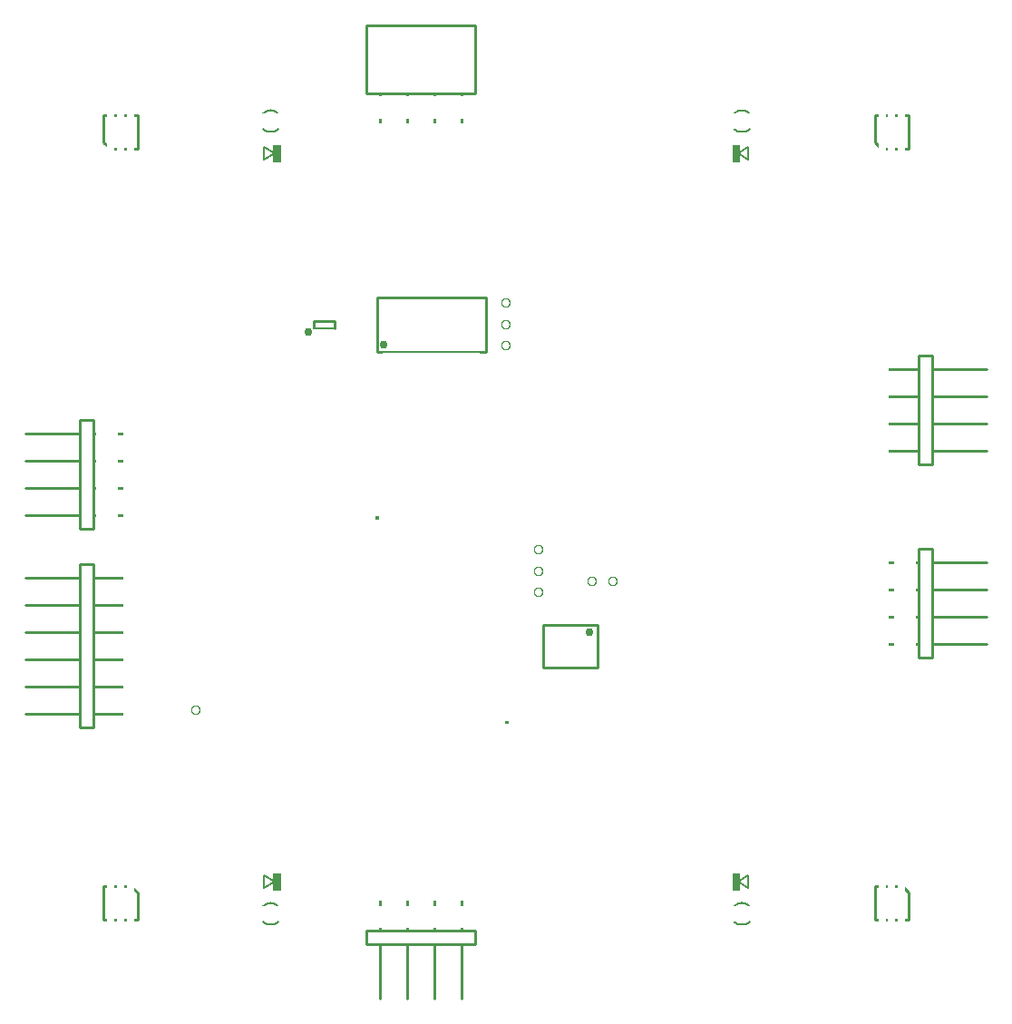
<source format=gto>
G04 Created by GerbView by Software Companions*
%FSLAX24Y24*%
%MOIN*%
%ADD10C,0.0010*%
%ADD11C,0.0060*%
%ADD12C,0.0374*%
%ADD13C,0.0255*%
%ADD14C,0.0098*%
%ADD15C,0.0080*%
%ADD16C,0.0298*%
%ADD17C,0.0101*%
%ADD18C,0.0200*%
%ADD19R,0.0511X0.0472*%
%ADD20R,0.0472X0.0511*%
%ADD21C,0.0718*%
%ADD22C,0.0275*%
%ADD23R,0.0472X0.0748*%
%ADD24R,0.0275X0.0708*%
%ADD25R,0.0255X0.0767*%
%ADD26R,0.0393X0.0393*%
%ADD27R,0.0472X0.0629*%
%ADD28R,0.0255X0.0649*%
%ADD29R,0.0255X0.0433*%
%ADD30C,0.1574*%
%ADD31C,0.0669*%
%ADD32R,0.0669X0.0590*%
%LNEXPORT*%
D02*
D10*
D11*
X6803Y898D02*
X6807Y893D01*
X6813Y888D01*
X6818Y883D01*
X6823Y878D01*
X6828Y874D01*
X6834Y869D01*
X6839Y865D01*
X6845Y861D01*
X6850Y857D01*
X6856Y853D01*
X6862Y849D01*
X6868Y845D01*
X6873Y841D01*
X6879Y837D01*
X6885Y834D01*
X6891Y830D01*
X6898Y827D01*
X6904Y824D01*
X6910Y821D01*
X6916Y818D01*
X6923Y815D01*
X6929Y812D01*
X6936Y809D01*
X6942Y807D01*
X6949Y804D01*
X6955Y802D01*
X6962Y800D01*
X6968Y798D01*
X6975Y796D01*
X6982Y794D01*
X6989Y792D01*
X6995Y791D01*
X7002Y789D01*
X7009Y788D01*
X7016Y786D01*
X7023Y785D01*
X7030Y784D01*
X7037Y783D01*
X7044Y782D01*
X7051D01*
X7058Y781D01*
X7065D01*
X7072D01*
X7079Y780D01*
X7086D01*
X7086Y781D02*
X7092D01*
X7099D01*
X7106D01*
X7113D01*
X7120Y782D01*
X7127Y783D01*
X7134D01*
X7141Y784D01*
X7148Y785D01*
X7155Y787D01*
X7162Y788D01*
X7169Y789D01*
X7175Y791D01*
X7182Y792D01*
X7189Y794D01*
X7196Y796D01*
X7202Y798D01*
X7209Y800D01*
X7216Y802D01*
X7222Y805D01*
X7229Y807D01*
X7235Y810D01*
X7242Y812D01*
X7248Y815D01*
X7255Y818D01*
X7261Y821D01*
X7267Y824D01*
X7273Y827D01*
X7279Y831D01*
X7285Y834D01*
X7292Y838D01*
X7297Y841D01*
X7303Y845D01*
X7309Y849D01*
X7315Y853D01*
X7321Y857D01*
X7326Y861D01*
X7332Y865D01*
X7337Y870D01*
X7343Y874D01*
X7348Y879D01*
X7353Y883D01*
X7358Y888D01*
X7363Y893D01*
X7368Y898D01*
X7086Y1581D02*
X7092Y1580D01*
X7099D01*
X7106D01*
X7113D01*
X7120Y1579D01*
X7127Y1578D01*
X7134D01*
X7141Y1577D01*
X7148Y1576D01*
X7155Y1574D01*
X7162Y1573D01*
X7169Y1572D01*
X7176Y1570D01*
X7182Y1569D01*
X7189Y1567D01*
X7196Y1565D01*
X7203Y1563D01*
X7209Y1561D01*
X7216Y1559D01*
X7223Y1556D01*
X7229Y1554D01*
X7236Y1551D01*
X7242Y1549D01*
X7249Y1546D01*
X7255Y1543D01*
X7261Y1540D01*
X7267Y1537D01*
X7274Y1533D01*
X7280Y1530D01*
X7286Y1527D01*
X7292Y1523D01*
X7298Y1519D01*
X7304Y1516D01*
X7310Y1512D01*
X7315Y1508D01*
X7321Y1504D01*
X7327Y1500D01*
X7332Y1495D01*
X7338Y1491D01*
X7343Y1487D01*
X7348Y1482D01*
X7354Y1477D01*
X7359Y1473D01*
X7364Y1468D01*
X7369Y1463D01*
X6803Y1463D02*
X6807Y1467D01*
X6813Y1472D01*
X6818Y1477D01*
X6823Y1482D01*
X6828Y1486D01*
X6834Y1491D01*
X6839Y1495D01*
X6845Y1499D01*
X6850Y1503D01*
X6856Y1507D01*
X6862Y1511D01*
X6867Y1515D01*
X6873Y1519D01*
X6879Y1523D01*
X6885Y1526D01*
X6891Y1530D01*
X6898Y1533D01*
X6904Y1536D01*
X6910Y1539D01*
X6916Y1542D01*
X6923Y1545D01*
X6929Y1548D01*
X6936Y1551D01*
X6942Y1553D01*
X6949Y1556D01*
X6955Y1558D01*
X6962Y1560D01*
X6968Y1562D01*
X6975Y1564D01*
X6982Y1566D01*
X6989Y1568D01*
X6995Y1570D01*
X7002Y1571D01*
X7009Y1573D01*
X7016Y1574D01*
X7023Y1575D01*
X7030Y1576D01*
X7037Y1577D01*
X7044Y1578D01*
X7051D01*
X7058Y1579D01*
X7065D01*
X7072Y1580D01*
X7079D01*
X7086D01*
D10*
D12*
X19685Y13385D03*
D10*
%LPC*%
D13*
X19685Y13385D03*
D10*
%LPD*%
D14*
X30921Y17685D02*
X30921Y21685D01*
X30921Y21685D02*
X31421Y21685D01*
X31421Y21685D02*
X31421Y17685D01*
X31421Y17685D02*
X30921Y17685D01*
X30921Y19185D02*
X29421Y19185D01*
X29421Y19185D02*
X30921Y19185D01*
X30921Y20185D02*
X29421Y20185D01*
X30921Y21185D02*
X29421Y21185D01*
X31421Y19185D02*
X33421Y19185D01*
X31421Y20185D02*
X33421Y20185D01*
X31421Y21185D02*
X33421Y21185D01*
X29421Y18185D02*
X30921Y18185D01*
X31421Y18185D02*
X33421Y18185D01*
X30921Y10598D02*
X30921Y14598D01*
X30921Y14598D02*
X31421Y14598D01*
X31421Y14598D02*
X31421Y10598D01*
X31421Y10598D02*
X30921Y10598D01*
X30921Y11098D02*
X29421Y11098D01*
X29421Y11098D02*
X30921Y11098D01*
X30921Y12098D02*
X29421Y12098D01*
X30921Y13098D02*
X29421Y13098D01*
X30921Y14098D02*
X29421Y14098D01*
X31421Y11098D02*
X33421Y11098D01*
X31421Y12098D02*
X33421Y12098D01*
X31421Y13098D02*
X33421Y13098D01*
X31421Y14098D02*
X33421Y14098D01*
D10*
D12*
X16929Y12992D03*
D10*
%LPC*%
D13*
X16929Y12992D03*
D10*
%LPD*%
D15*
X6839Y2125D02*
X7233Y2362D01*
X7233Y2362D02*
X6839Y2598D01*
X6839Y2598D02*
X6839Y2125D01*
D10*
X7426Y2672D02*
X7186Y2672D01*
X7186Y2672D02*
X7186Y2052D01*
X7186Y2052D02*
X7426Y2052D01*
X7426Y2052D02*
X7426Y2672D01*
G36*
X7426Y2672D02*
X7186D01*
Y2052D01*
X7426D01*
Y2672D01*
G37*
D14*
X949Y2199D02*
X949Y949D01*
X949Y949D02*
X2199Y949D01*
X2199Y949D02*
X2199Y1949D01*
X2199Y1949D02*
X1949Y2199D01*
X1949Y2199D02*
X949Y2199D01*
X29296Y2199D02*
X29296Y949D01*
X29296Y949D02*
X30546Y949D01*
X30546Y949D02*
X30546Y1949D01*
X30546Y1949D02*
X30296Y2199D01*
X30296Y2199D02*
X29296Y2199D01*
X10992Y23834D02*
X14992Y23834D01*
X14992Y23834D02*
X14992Y21834D01*
X14992Y21834D02*
X10992Y21834D01*
X10992Y21834D02*
X10992Y23834D01*
D10*
D16*
X11242Y22084D03*
D10*
%LPC*%
D17*
X11242Y22084D03*
D10*
%LPD*%
D18*
X11242Y22084D03*
D10*
X11023Y15698D02*
X11023Y15797D01*
X11023Y15797D02*
X10925Y15797D01*
X10925Y15797D02*
X10925Y15698D01*
X10925Y15698D02*
X11023Y15698D01*
G36*
X11023Y15698D02*
Y15797D01*
X10925D01*
Y15698D01*
X11023D01*
G37*
D12*
X15748Y22047D03*
D10*
%LPC*%
D13*
X15748Y22047D03*
D10*
%LPD*%
D14*
X574Y14023D02*
X574Y8023D01*
X574Y8023D02*
X74Y8023D01*
X74Y8023D02*
X74Y14023D01*
X74Y14023D02*
X574Y14023D01*
X574Y12523D02*
X2074Y12523D01*
X2074Y12523D02*
X574Y12523D01*
X574Y11523D02*
X2074Y11523D01*
X574Y10523D02*
X2074Y10523D01*
X574Y9523D02*
X2074Y9523D01*
X74Y12523D02*
X-1925Y12523D01*
X74Y11523D02*
X-1925Y11523D01*
X74Y10523D02*
X-1925Y10523D01*
X74Y9523D02*
X-1925Y9523D01*
X2074Y8523D02*
X574Y8523D01*
X2074Y13523D02*
X574Y13523D01*
X74Y13523D02*
X-1925Y13523D01*
X74Y8523D02*
X-1925Y8523D01*
D11*
X24692Y30597D02*
X24687Y30601D01*
X24681Y30606D01*
X24676Y30611D01*
X24671Y30616D01*
X24666Y30620D01*
X24660Y30625D01*
X24655Y30629D01*
X24649Y30633D01*
X24644Y30637D01*
X24638Y30641D01*
X24632Y30645D01*
X24626Y30649D01*
X24621Y30653D01*
X24615Y30657D01*
X24609Y30660D01*
X24603Y30664D01*
X24596Y30667D01*
X24590Y30670D01*
X24584Y30673D01*
X24578Y30676D01*
X24571Y30679D01*
X24565Y30682D01*
X24558Y30685D01*
X24552Y30687D01*
X24545Y30690D01*
X24539Y30692D01*
X24532Y30694D01*
X24526Y30696D01*
X24519Y30698D01*
X24512Y30700D01*
X24505Y30702D01*
X24499Y30703D01*
X24492Y30705D01*
X24485Y30706D01*
X24478Y30708D01*
X24471Y30709D01*
X24464Y30710D01*
X24457Y30711D01*
X24450Y30712D01*
X24443D01*
X24436Y30713D01*
X24429D01*
X24422D01*
X24415Y30714D01*
X24409D01*
X24409Y30714D02*
X24402Y30713D01*
X24395D01*
X24388D01*
X24381D01*
X24374Y30712D01*
X24367Y30711D01*
X24360D01*
X24353Y30710D01*
X24346Y30709D01*
X24339Y30707D01*
X24332Y30706D01*
X24325Y30705D01*
X24319Y30703D01*
X24312Y30702D01*
X24305Y30700D01*
X24298Y30698D01*
X24292Y30696D01*
X24285Y30694D01*
X24278Y30692D01*
X24272Y30689D01*
X24265Y30687D01*
X24259Y30684D01*
X24252Y30682D01*
X24246Y30679D01*
X24239Y30676D01*
X24233Y30673D01*
X24227Y30670D01*
X24221Y30667D01*
X24215Y30663D01*
X24209Y30660D01*
X24202Y30656D01*
X24197Y30653D01*
X24191Y30649D01*
X24185Y30645D01*
X24179Y30641D01*
X24173Y30637D01*
X24168Y30633D01*
X24162Y30629D01*
X24157Y30624D01*
X24151Y30620D01*
X24146Y30615D01*
X24141Y30611D01*
X24136Y30606D01*
X24131Y30601D01*
X24126Y30596D01*
X24409Y29914D02*
X24402D01*
X24395D01*
X24388D01*
X24381D01*
X24374Y29915D01*
X24367Y29916D01*
X24360D01*
X24353Y29917D01*
X24346Y29918D01*
X24339Y29920D01*
X24332Y29921D01*
X24325Y29922D01*
X24318Y29924D01*
X24312Y29925D01*
X24305Y29927D01*
X24298Y29929D01*
X24291Y29931D01*
X24285Y29933D01*
X24278Y29935D01*
X24271Y29938D01*
X24265Y29940D01*
X24258Y29943D01*
X24252Y29945D01*
X24245Y29948D01*
X24239Y29951D01*
X24233Y29954D01*
X24227Y29957D01*
X24220Y29961D01*
X24214Y29964D01*
X24208Y29967D01*
X24202Y29971D01*
X24196Y29975D01*
X24190Y29978D01*
X24184Y29982D01*
X24179Y29986D01*
X24173Y29990D01*
X24167Y29994D01*
X24162Y29999D01*
X24156Y30003D01*
X24151Y30007D01*
X24146Y30012D01*
X24140Y30017D01*
X24135Y30021D01*
X24130Y30026D01*
X24125Y30031D01*
X24692Y30032D02*
X24687Y30027D01*
X24681Y30022D01*
X24676Y30017D01*
X24671Y30012D01*
X24666Y30008D01*
X24660Y30003D01*
X24655Y29999D01*
X24649Y29995D01*
X24644Y29991D01*
X24638Y29987D01*
X24632Y29983D01*
X24627Y29979D01*
X24621Y29975D01*
X24615Y29971D01*
X24609Y29968D01*
X24603Y29964D01*
X24596Y29961D01*
X24590Y29958D01*
X24584Y29955D01*
X24578Y29952D01*
X24571Y29949D01*
X24565Y29946D01*
X24558Y29943D01*
X24552Y29941D01*
X24545Y29938D01*
X24539Y29936D01*
X24532Y29934D01*
X24526Y29932D01*
X24519Y29930D01*
X24512Y29928D01*
X24505Y29926D01*
X24499Y29924D01*
X24492Y29923D01*
X24485Y29921D01*
X24478Y29920D01*
X24471Y29919D01*
X24464Y29918D01*
X24457Y29917D01*
X24450Y29916D01*
X24443D01*
X24436Y29915D01*
X24429D01*
X24422Y29914D01*
X24415D01*
X24409D01*
X24692Y1463D02*
X24687Y1467D01*
X24681Y1472D01*
X24676Y1477D01*
X24671Y1482D01*
X24666Y1486D01*
X24660Y1491D01*
X24655Y1495D01*
X24649Y1499D01*
X24644Y1503D01*
X24638Y1507D01*
X24632Y1511D01*
X24627Y1515D01*
X24621Y1519D01*
X24615Y1523D01*
X24609Y1526D01*
X24603Y1530D01*
X24596Y1533D01*
X24590Y1536D01*
X24584Y1539D01*
X24578Y1542D01*
X24571Y1545D01*
X24565Y1548D01*
X24558Y1551D01*
X24552Y1553D01*
X24545Y1556D01*
X24539Y1558D01*
X24532Y1560D01*
X24526Y1562D01*
X24519Y1564D01*
X24512Y1566D01*
X24505Y1568D01*
X24499Y1570D01*
X24492Y1571D01*
X24485Y1573D01*
X24478Y1574D01*
X24471Y1575D01*
X24464Y1576D01*
X24457Y1577D01*
X24450Y1578D01*
X24443D01*
X24436Y1579D01*
X24429D01*
X24422Y1580D01*
X24415D01*
X24409D01*
X24409Y1581D02*
X24402Y1580D01*
X24395D01*
X24388D01*
X24381D01*
X24374Y1579D01*
X24367Y1578D01*
X24360D01*
X24353Y1577D01*
X24346Y1576D01*
X24339Y1574D01*
X24332Y1573D01*
X24325Y1572D01*
X24318Y1570D01*
X24312Y1569D01*
X24305Y1567D01*
X24298Y1565D01*
X24291Y1563D01*
X24285Y1561D01*
X24278Y1559D01*
X24271Y1556D01*
X24265Y1554D01*
X24258Y1551D01*
X24252Y1549D01*
X24245Y1546D01*
X24239Y1543D01*
X24233Y1540D01*
X24227Y1537D01*
X24220Y1533D01*
X24214Y1530D01*
X24208Y1527D01*
X24202Y1523D01*
X24196Y1519D01*
X24190Y1516D01*
X24184Y1512D01*
X24179Y1508D01*
X24173Y1504D01*
X24167Y1500D01*
X24162Y1495D01*
X24156Y1491D01*
X24151Y1487D01*
X24146Y1482D01*
X24140Y1477D01*
X24135Y1473D01*
X24130Y1468D01*
X24125Y1463D01*
X24409Y781D02*
X24402D01*
X24395D01*
X24388D01*
X24381D01*
X24374Y782D01*
X24367Y783D01*
X24360D01*
X24353Y784D01*
X24346Y785D01*
X24339Y787D01*
X24332Y788D01*
X24325Y789D01*
X24319Y791D01*
X24312Y792D01*
X24305Y794D01*
X24298Y796D01*
X24292Y798D01*
X24285Y800D01*
X24278Y802D01*
X24272Y805D01*
X24265Y807D01*
X24259Y810D01*
X24252Y812D01*
X24246Y815D01*
X24239Y818D01*
X24233Y821D01*
X24227Y824D01*
X24221Y827D01*
X24215Y831D01*
X24209Y834D01*
X24202Y838D01*
X24197Y841D01*
X24191Y845D01*
X24185Y849D01*
X24179Y853D01*
X24173Y857D01*
X24168Y861D01*
X24162Y865D01*
X24157Y870D01*
X24151Y874D01*
X24146Y879D01*
X24141Y883D01*
X24136Y888D01*
X24131Y893D01*
X24126Y898D01*
X24692Y898D02*
X24687Y893D01*
X24681Y888D01*
X24676Y883D01*
X24671Y878D01*
X24666Y874D01*
X24660Y869D01*
X24655Y865D01*
X24649Y861D01*
X24644Y857D01*
X24638Y853D01*
X24632Y849D01*
X24626Y845D01*
X24621Y841D01*
X24615Y837D01*
X24609Y834D01*
X24603Y830D01*
X24596Y827D01*
X24590Y824D01*
X24584Y821D01*
X24578Y818D01*
X24571Y815D01*
X24565Y812D01*
X24558Y809D01*
X24552Y807D01*
X24545Y804D01*
X24539Y802D01*
X24532Y800D01*
X24526Y798D01*
X24519Y796D01*
X24512Y794D01*
X24505Y792D01*
X24499Y791D01*
X24492Y789D01*
X24485Y788D01*
X24478Y786D01*
X24471Y785D01*
X24464Y784D01*
X24457Y783D01*
X24450Y782D01*
X24443D01*
X24436Y781D01*
X24429D01*
X24422D01*
X24415Y780D01*
X24409D01*
D10*
D12*
X16929Y13779D03*
D10*
%LPC*%
D13*
X16929Y13779D03*
D10*
%LPD*%
D12*
X15748Y23622D03*
D10*
%LPC*%
D13*
X15748Y23622D03*
D10*
%LPD*%
D11*
X6803Y30032D02*
X6807Y30027D01*
X6813Y30022D01*
X6818Y30017D01*
X6823Y30012D01*
X6828Y30008D01*
X6834Y30003D01*
X6839Y29999D01*
X6845Y29995D01*
X6850Y29991D01*
X6856Y29987D01*
X6862Y29983D01*
X6867Y29979D01*
X6873Y29975D01*
X6879Y29971D01*
X6885Y29968D01*
X6891Y29964D01*
X6898Y29961D01*
X6904Y29958D01*
X6910Y29955D01*
X6916Y29952D01*
X6923Y29949D01*
X6929Y29946D01*
X6936Y29943D01*
X6942Y29941D01*
X6949Y29938D01*
X6955Y29936D01*
X6962Y29934D01*
X6968Y29932D01*
X6975Y29930D01*
X6982Y29928D01*
X6989Y29926D01*
X6995Y29924D01*
X7002Y29923D01*
X7009Y29921D01*
X7016Y29920D01*
X7023Y29919D01*
X7030Y29918D01*
X7037Y29917D01*
X7044Y29916D01*
X7051D01*
X7058Y29915D01*
X7065D01*
X7072Y29914D01*
X7079D01*
X7086D01*
X7086Y29914D02*
X7092D01*
X7099D01*
X7106D01*
X7113D01*
X7120Y29915D01*
X7127Y29916D01*
X7134D01*
X7141Y29917D01*
X7148Y29918D01*
X7155Y29920D01*
X7162Y29921D01*
X7169Y29922D01*
X7176Y29924D01*
X7182Y29925D01*
X7189Y29927D01*
X7196Y29929D01*
X7203Y29931D01*
X7209Y29933D01*
X7216Y29935D01*
X7223Y29938D01*
X7229Y29940D01*
X7236Y29943D01*
X7242Y29945D01*
X7249Y29948D01*
X7255Y29951D01*
X7261Y29954D01*
X7267Y29957D01*
X7274Y29961D01*
X7280Y29964D01*
X7286Y29967D01*
X7292Y29971D01*
X7298Y29975D01*
X7304Y29978D01*
X7310Y29982D01*
X7315Y29986D01*
X7321Y29990D01*
X7327Y29994D01*
X7332Y29999D01*
X7338Y30003D01*
X7343Y30007D01*
X7348Y30012D01*
X7354Y30017D01*
X7359Y30021D01*
X7364Y30026D01*
X7369Y30031D01*
X7086Y30714D02*
X7092Y30713D01*
X7099D01*
X7106D01*
X7113D01*
X7120Y30712D01*
X7127Y30711D01*
X7134D01*
X7141Y30710D01*
X7148Y30709D01*
X7155Y30707D01*
X7162Y30706D01*
X7169Y30705D01*
X7175Y30703D01*
X7182Y30702D01*
X7189Y30700D01*
X7196Y30698D01*
X7202Y30696D01*
X7209Y30694D01*
X7216Y30692D01*
X7222Y30689D01*
X7229Y30687D01*
X7235Y30684D01*
X7242Y30682D01*
X7248Y30679D01*
X7255Y30676D01*
X7261Y30673D01*
X7267Y30670D01*
X7273Y30667D01*
X7279Y30663D01*
X7286Y30660D01*
X7292Y30656D01*
X7297Y30653D01*
X7303Y30649D01*
X7309Y30645D01*
X7315Y30641D01*
X7321Y30637D01*
X7326Y30633D01*
X7332Y30629D01*
X7337Y30624D01*
X7343Y30620D01*
X7348Y30615D01*
X7353Y30611D01*
X7358Y30606D01*
X7363Y30601D01*
X7368Y30596D01*
X6803Y30597D02*
X6807Y30601D01*
X6813Y30606D01*
X6818Y30611D01*
X6823Y30616D01*
X6828Y30620D01*
X6834Y30625D01*
X6839Y30629D01*
X6845Y30633D01*
X6850Y30637D01*
X6856Y30641D01*
X6862Y30645D01*
X6868Y30649D01*
X6873Y30653D01*
X6879Y30657D01*
X6885Y30660D01*
X6891Y30664D01*
X6898Y30667D01*
X6904Y30670D01*
X6910Y30673D01*
X6916Y30676D01*
X6923Y30679D01*
X6929Y30682D01*
X6936Y30685D01*
X6942Y30687D01*
X6949Y30690D01*
X6955Y30692D01*
X6962Y30694D01*
X6968Y30696D01*
X6975Y30698D01*
X6982Y30700D01*
X6989Y30702D01*
X6995Y30703D01*
X7002Y30705D01*
X7009Y30706D01*
X7016Y30708D01*
X7023Y30709D01*
X7030Y30710D01*
X7037Y30711D01*
X7044Y30712D01*
X7051D01*
X7058Y30713D01*
X7065D01*
X7072D01*
X7079Y30714D01*
X7086D01*
D14*
X30546Y29296D02*
X30546Y30546D01*
X30546Y30546D02*
X29296Y30546D01*
X29296Y30546D02*
X29296Y29546D01*
X29296Y29546D02*
X29546Y29296D01*
X29546Y29296D02*
X30546Y29296D01*
D10*
D12*
X15748Y22834D03*
D10*
%LPC*%
D13*
X15748Y22834D03*
D10*
%LPD*%
D15*
X24656Y29370D02*
X24262Y29133D01*
X24262Y29133D02*
X24656Y28897D01*
X24656Y28897D02*
X24656Y29370D01*
D10*
X24069Y28823D02*
X24309Y28823D01*
X24309Y28823D02*
X24309Y29443D01*
X24309Y29443D02*
X24069Y29443D01*
X24069Y29443D02*
X24069Y28823D01*
G36*
X24069Y28823D02*
X24309D01*
Y29443D01*
X24069D01*
Y28823D01*
G37*
D14*
X2199Y29296D02*
X2199Y30546D01*
X2199Y30546D02*
X949Y30546D01*
X949Y30546D02*
X949Y29546D01*
X949Y29546D02*
X1199Y29296D01*
X1199Y29296D02*
X2199Y29296D01*
D10*
D12*
X16929Y14566D03*
D10*
%LPC*%
D13*
X16929Y14566D03*
D10*
%LPD*%
D14*
X10598Y574D02*
X14598Y574D01*
X14598Y574D02*
X14598Y74D01*
X14598Y74D02*
X10598Y74D01*
X10598Y74D02*
X10598Y574D01*
X11098Y574D02*
X11098Y2074D01*
X11098Y2074D02*
X11098Y574D01*
X12098Y574D02*
X12098Y2074D01*
X13098Y574D02*
X13098Y2074D01*
X14098Y574D02*
X14098Y2074D01*
X11098Y74D02*
X11098Y-1925D01*
X12098Y74D02*
X12098Y-1925D01*
X13098Y74D02*
X13098Y-1925D01*
X14098Y74D02*
X14098Y-1925D01*
X14598Y31314D02*
X10598Y31314D01*
X10598Y31314D02*
X10598Y33814D01*
X10598Y33814D02*
X14598Y33814D01*
X14598Y33814D02*
X14598Y31314D01*
X14098Y31314D02*
X14098Y29814D01*
X14098Y29814D02*
X14098Y31314D01*
X13098Y31314D02*
X13098Y29814D01*
X12098Y31314D02*
X12098Y29814D01*
X11098Y31314D02*
X11098Y29814D01*
X19110Y10236D02*
X17110Y10236D01*
X17110Y10236D02*
X17110Y11811D01*
X17110Y11811D02*
X19110Y11811D01*
X19110Y11811D02*
X19110Y10236D01*
D10*
D16*
X18818Y11535D03*
D10*
%LPC*%
D17*
X18818Y11535D03*
D10*
%LPD*%
D18*
X18818Y11535D03*
D10*
D14*
X8661Y22972D02*
X9448Y22972D01*
X9448Y22972D02*
X9448Y22696D01*
X9448Y22696D02*
X8661Y22696D01*
X8661Y22696D02*
X8661Y22972D01*
D10*
D16*
X8464Y22578D03*
D10*
%LPC*%
D17*
X8464Y22578D03*
D10*
%LPD*%
D18*
X8464Y22578D03*
D10*
D15*
X24656Y2598D02*
X24262Y2362D01*
X24262Y2362D02*
X24656Y2125D01*
X24656Y2125D02*
X24656Y2598D01*
D10*
X24069Y2052D02*
X24309Y2052D01*
X24309Y2052D02*
X24309Y2672D01*
X24309Y2672D02*
X24069Y2672D01*
X24069Y2672D02*
X24069Y2052D01*
G36*
X24069Y2052D02*
X24309D01*
Y2672D01*
X24069D01*
Y2052D01*
G37*
D14*
X574Y19322D02*
X574Y15322D01*
X574Y15322D02*
X74Y15322D01*
X74Y15322D02*
X74Y19322D01*
X74Y19322D02*
X574Y19322D01*
X574Y18822D02*
X2074Y18822D01*
X2074Y18822D02*
X574Y18822D01*
X574Y17822D02*
X2074Y17822D01*
X574Y16822D02*
X2074Y16822D01*
X574Y15822D02*
X2074Y15822D01*
X74Y18822D02*
X-1925Y18822D01*
X74Y17822D02*
X-1925Y17822D01*
X74Y16822D02*
X-1925Y16822D01*
X74Y15822D02*
X-1925Y15822D01*
D10*
X15797Y8267D02*
X15698Y8267D01*
X15698Y8267D02*
X15698Y8169D01*
X15698Y8169D02*
X15797Y8169D01*
X15797Y8169D02*
X15797Y8267D01*
G36*
X15797Y8267D02*
X15698D01*
Y8169D01*
X15797D01*
Y8267D01*
G37*
D12*
X4330Y8661D03*
D10*
%LPC*%
D13*
X4330Y8661D03*
D10*
%LPD*%
D12*
X18897Y13385D03*
D10*
%LPC*%
D13*
X18897Y13385D03*
D10*
%LPD*%
D15*
X6839Y28897D02*
X7233Y29133D01*
X7233Y29133D02*
X6839Y29370D01*
X6839Y29370D02*
X6839Y28897D01*
D10*
X7426Y29443D02*
X7186Y29443D01*
X7186Y29443D02*
X7186Y28823D01*
X7186Y28823D02*
X7426Y28823D01*
X7426Y28823D02*
X7426Y29443D01*
G36*
X7426Y29443D02*
X7186D01*
Y28823D01*
X7426D01*
Y29443D01*
G37*
%LPC*%
D19*
X1574Y4271D03*
D10*
D19*
X1574Y3602D03*
D10*
D19*
X29133Y4271D03*
D10*
D19*
X29133Y3602D03*
D10*
D19*
X14311Y25787D03*
D10*
D19*
X13641Y25787D03*
D10*
D20*
X30433Y9114D03*
D10*
D20*
X30433Y9783D03*
D10*
D20*
X17263Y23622D03*
D10*
D20*
X16594Y23622D03*
D10*
G36*
X28474Y30069D02*
X27707Y30836D01*
X26622D01*
X25855Y30069D01*
Y28984D01*
X26622Y28217D01*
X27707D01*
X28474Y28984D01*
Y30069D01*
G37*
D19*
X787Y27224D03*
D10*
D19*
X787Y27893D03*
D10*
G36*
X5639Y2510D02*
X4872Y3277D01*
X3787D01*
X3020Y2510D01*
Y1425D01*
X3787Y658D01*
X4872D01*
X5639Y1425D01*
Y2510D01*
G37*
D19*
X29921Y27224D03*
D10*
D19*
X29921Y27893D03*
D10*
D21*
X7586Y1181D03*
D10*
D21*
X6586Y1181D03*
D10*
D19*
X9114Y1062D03*
D10*
D19*
X9783Y1062D03*
D10*
D20*
X21200Y5078D03*
D10*
D20*
X20531Y5078D03*
D10*
D22*
X19685Y13385D03*
D10*
D19*
X19448Y16870D03*
D10*
D19*
X19448Y17539D03*
D10*
G36*
X29255Y20585D02*
X29020Y20350D01*
Y20019D01*
X29255Y19784D01*
X29586D01*
X29821Y20019D01*
Y20350D01*
X29586Y20585D01*
X29255D01*
G37*
G36*
X29255Y21585D02*
X29020Y21350D01*
Y21019D01*
X29255Y20784D01*
X29586D01*
X29821Y21019D01*
Y21350D01*
X29586Y21585D01*
X29255D01*
G37*
G36*
X29255Y18585D02*
X29020Y18350D01*
Y18019D01*
X29255Y17784D01*
X29586D01*
X29821Y18019D01*
Y18350D01*
X29586Y18585D01*
X29255D01*
G37*
G36*
X29255Y19585D02*
X29020Y19350D01*
Y19019D01*
X29255Y18784D01*
X29586D01*
X29821Y19019D01*
Y19350D01*
X29586Y19585D01*
X29255D01*
G37*
D19*
X2362Y4271D03*
D10*
D19*
X2362Y3602D03*
D10*
D20*
X7421Y27952D03*
D10*
D20*
X6751Y27952D03*
D10*
D19*
X15748Y9783D03*
D10*
D19*
X15748Y9114D03*
D10*
G36*
X29255Y13498D02*
X29020Y13263D01*
Y12932D01*
X29255Y12697D01*
X29586D01*
X29821Y12932D01*
Y13263D01*
X29586Y13498D01*
X29255D01*
G37*
G36*
X29255Y12498D02*
X29020Y12263D01*
Y11932D01*
X29255Y11697D01*
X29586D01*
X29821Y11932D01*
Y12263D01*
X29586Y12498D01*
X29255D01*
G37*
G36*
X30255Y13498D02*
X30020Y13263D01*
Y12932D01*
X30255Y12697D01*
X30586D01*
X30821Y12932D01*
Y13263D01*
X30586Y13498D01*
X30255D01*
G37*
G36*
X30255Y11498D02*
X30020Y11263D01*
Y10932D01*
X30255Y10697D01*
X30586D01*
X30821Y10932D01*
Y11263D01*
X30586Y11498D01*
X30255D01*
G37*
G36*
X29255Y11498D02*
X29020Y11263D01*
Y10932D01*
X29255Y10697D01*
X29586D01*
X29821Y10932D01*
Y11263D01*
X29586Y11498D01*
X29255D01*
G37*
G36*
X29255Y14498D02*
X29020Y14263D01*
Y13932D01*
X29255Y13697D01*
X29586D01*
X29821Y13932D01*
Y14263D01*
X29586Y14498D01*
X29255D01*
G37*
G36*
X30255Y14498D02*
X30020Y14263D01*
Y13932D01*
X30255Y13697D01*
X30586D01*
X30821Y13932D01*
Y14263D01*
X30586Y14498D01*
X30255D01*
G37*
G36*
X30255Y12498D02*
X30020Y12263D01*
Y11932D01*
X30255Y11697D01*
X30586D01*
X30821Y11932D01*
Y12263D01*
X30586Y12498D01*
X30255D01*
G37*
D20*
X28287Y19094D03*
D10*
D20*
X27618Y19094D03*
D10*
D19*
X8267Y20531D03*
D10*
D19*
X8267Y21200D03*
D10*
D22*
X16929Y12992D03*
D10*
D19*
X3543Y13326D03*
D10*
D19*
X3543Y12657D03*
D10*
D19*
X29921Y4271D03*
D10*
D19*
X29921Y3602D03*
D10*
D20*
X19685Y5059D03*
D10*
D20*
X19685Y5728D03*
D10*
D19*
X29133Y27224D03*
D10*
D19*
X29133Y27893D03*
D10*
D23*
X6437Y2362D03*
D10*
D23*
X7736Y2362D03*
D10*
D24*
X1929Y2155D03*
D10*
D24*
X1574Y994D03*
D10*
D24*
X1220Y2155D03*
D10*
D24*
X1929Y994D03*
D10*
D24*
X1574Y2155D03*
D10*
D24*
X1220Y994D03*
D10*
D19*
X30708Y27224D03*
D10*
D19*
X30708Y27893D03*
D10*
D24*
X30275Y2155D03*
D10*
D24*
X29921Y994D03*
D10*
D24*
X29566Y2155D03*
D10*
D24*
X30275Y994D03*
D10*
D24*
X29921Y2155D03*
D10*
D24*
X29566Y994D03*
D10*
D25*
X13631Y24251D03*
D10*
D25*
X12864Y21417D03*
D10*
D25*
X12864Y24251D03*
D10*
D25*
X14399Y24251D03*
D10*
D25*
X13375Y21417D03*
D10*
D25*
X11328Y24251D03*
D10*
D25*
X12096Y21417D03*
D10*
D25*
X12608Y24251D03*
D10*
D25*
X11584Y24251D03*
D10*
D25*
X11840Y21417D03*
D10*
D25*
X13375Y24251D03*
D10*
D25*
X13631Y21417D03*
D10*
D25*
X12608Y21417D03*
D10*
D25*
X12352Y24251D03*
D10*
D25*
X14655Y21417D03*
D10*
D25*
X12096Y24251D03*
D10*
D25*
X11584Y21417D03*
D10*
D25*
X13887Y21417D03*
D10*
D25*
X14143Y21417D03*
D10*
D25*
X14655Y24251D03*
D10*
D25*
X13887Y24251D03*
D10*
D25*
X14399Y21417D03*
D10*
D25*
X13120Y24251D03*
D10*
D25*
X11328Y21417D03*
D10*
D25*
X14143Y24251D03*
D10*
D25*
X13120Y21417D03*
D10*
D25*
X11840Y24251D03*
D10*
D25*
X12352Y21417D03*
D10*
G36*
X23331Y993D02*
X23040Y1284D01*
X22627D01*
X22336Y993D01*
Y580D01*
X22627Y289D01*
X23040D01*
X23331Y580D01*
Y993D01*
G37*
D19*
X1574Y27224D03*
D10*
D19*
X1574Y27893D03*
D10*
D20*
X24074Y27952D03*
D10*
D20*
X24744Y27952D03*
D10*
D26*
X10728Y15748D03*
D10*
D26*
X11318Y15748D03*
D10*
D20*
X16594Y24409D03*
D10*
D20*
X17263Y24409D03*
D10*
D19*
X18110Y13444D03*
D10*
D19*
X18110Y14114D03*
D10*
D22*
X15748Y22047D03*
D10*
D19*
X787Y4271D03*
D10*
D19*
X787Y3602D03*
D10*
D20*
X17263Y27559D03*
D10*
D20*
X16594Y27559D03*
D10*
G36*
X2239Y11122D02*
X2474Y11357D01*
Y11688D01*
X2239Y11923D01*
X1908D01*
X1673Y11688D01*
Y11357D01*
X1908Y11122D01*
X2239D01*
G37*
G36*
X2239Y9122D02*
X2474Y9357D01*
Y9688D01*
X2239Y9923D01*
X1908D01*
X1673Y9688D01*
Y9357D01*
X1908Y9122D01*
X2239D01*
G37*
G36*
X2239Y10122D02*
X2474Y10357D01*
Y10688D01*
X2239Y10923D01*
X1908D01*
X1673Y10688D01*
Y10357D01*
X1908Y10122D01*
X2239D01*
G37*
G36*
X2239Y13122D02*
X2474Y13357D01*
Y13688D01*
X2239Y13923D01*
X1908D01*
X1673Y13688D01*
Y13357D01*
X1908Y13122D01*
X2239D01*
G37*
G36*
X2239Y12122D02*
X2474Y12357D01*
Y12688D01*
X2239Y12923D01*
X1908D01*
X1673Y12688D01*
Y12357D01*
X1908Y12122D01*
X2239D01*
G37*
G36*
X2239Y8122D02*
X2474Y8357D01*
Y8688D01*
X2239Y8923D01*
X1908D01*
X1673Y8688D01*
Y8357D01*
X1908Y8122D01*
X2239D01*
G37*
D21*
X23909Y30314D03*
D10*
D21*
X24909Y30314D03*
D10*
D20*
X28287Y18110D03*
D10*
D20*
X27618Y18110D03*
D10*
D20*
X28287Y20275D03*
D10*
D20*
X27618Y20275D03*
D10*
D19*
X30708Y4271D03*
D10*
D19*
X30708Y3602D03*
D10*
D19*
X9055Y20531D03*
D10*
D19*
X9055Y21200D03*
D10*
D27*
X787Y23267D03*
D10*
D27*
X413Y22401D03*
D10*
D27*
X1161Y22401D03*
D10*
D19*
X17086Y16870D03*
D10*
D19*
X17086Y17539D03*
D10*
D19*
X21929Y2618D03*
D10*
D19*
X21929Y3287D03*
D10*
D20*
X7421Y3543D03*
D10*
D20*
X6751Y3543D03*
D10*
D20*
X17263Y25196D03*
D10*
D20*
X16594Y25196D03*
D10*
D19*
X18661Y17539D03*
D10*
D19*
X18661Y16870D03*
D10*
D21*
X23909Y1181D03*
D10*
D21*
X24909Y1181D03*
D10*
D22*
X16929Y13779D03*
D10*
D20*
X12539Y15748D03*
D10*
D20*
X11870Y15748D03*
D10*
D19*
X9842Y20531D03*
D10*
D19*
X9842Y21200D03*
D10*
D20*
X17263Y22834D03*
D10*
D20*
X16594Y22834D03*
D10*
D19*
X2362Y27224D03*
D10*
D19*
X2362Y27893D03*
D10*
D22*
X15748Y23622D03*
D10*
D19*
X18503Y2421D03*
D10*
D19*
X18503Y3090D03*
D10*
D19*
X21909Y1968D03*
D10*
D19*
X22578Y1968D03*
D10*
D20*
X20531Y5708D03*
D10*
D20*
X21200Y5708D03*
D10*
D19*
X17874Y16870D03*
D10*
D19*
X17874Y17539D03*
D10*
D27*
X2362Y23267D03*
D10*
D27*
X1988Y22401D03*
D10*
D27*
X2736Y22401D03*
D10*
D21*
X7586Y30314D03*
D10*
D21*
X6586Y30314D03*
D10*
D20*
X17913Y8602D03*
D10*
D20*
X17913Y7933D03*
D10*
D24*
X29566Y29340D03*
D10*
D24*
X29921Y30501D03*
D10*
D24*
X30275Y29340D03*
D10*
D24*
X29566Y30501D03*
D10*
D24*
X29921Y29340D03*
D10*
D24*
X30275Y30501D03*
D10*
D22*
X15748Y22834D03*
D10*
D23*
X25059Y29133D03*
D10*
D23*
X23759Y29133D03*
D10*
G36*
X22150Y993D02*
X21859Y1284D01*
X21446D01*
X21155Y993D01*
Y580D01*
X21446Y289D01*
X21859D01*
X22150Y580D01*
Y993D01*
G37*
D20*
X17263Y25984D03*
D10*
D20*
X16594Y25984D03*
D10*
D24*
X1220Y29340D03*
D10*
D24*
X1574Y30501D03*
D10*
D24*
X1929Y29340D03*
D10*
D24*
X1220Y30501D03*
D10*
D24*
X1574Y29340D03*
D10*
D24*
X1929Y30501D03*
D10*
D22*
X16929Y14566D03*
D10*
G36*
X13498Y2239D02*
X13263Y2474D01*
X12932D01*
X12697Y2239D01*
Y1908D01*
X12932Y1673D01*
X13263D01*
X13498Y1908D01*
Y2239D01*
G37*
G36*
X12498Y2239D02*
X12263Y2474D01*
X11932D01*
X11697Y2239D01*
Y1908D01*
X11932Y1673D01*
X12263D01*
X12498Y1908D01*
Y2239D01*
G37*
G36*
X13498Y1239D02*
X13263Y1474D01*
X12932D01*
X12697Y1239D01*
Y908D01*
X12932Y673D01*
X13263D01*
X13498Y908D01*
Y1239D01*
G37*
G36*
X11498Y1239D02*
X11263Y1474D01*
X10932D01*
X10697Y1239D01*
Y908D01*
X10932Y673D01*
X11263D01*
X11498Y908D01*
Y1239D01*
G37*
G36*
X11498Y2239D02*
X11263Y2474D01*
X10932D01*
X10697Y2239D01*
Y1908D01*
X10932Y1673D01*
X11263D01*
X11498Y1908D01*
Y2239D01*
G37*
G36*
X14498Y2239D02*
X14263Y2474D01*
X13932D01*
X13697Y2239D01*
Y1908D01*
X13932Y1673D01*
X14263D01*
X14498Y1908D01*
Y2239D01*
G37*
G36*
X14498Y1239D02*
X14263Y1474D01*
X13932D01*
X13697Y1239D01*
Y908D01*
X13932Y673D01*
X14263D01*
X14498Y908D01*
Y1239D01*
G37*
G36*
X12498Y1239D02*
X12263Y1474D01*
X11932D01*
X11697Y1239D01*
Y908D01*
X11932Y673D01*
X12263D01*
X12498Y908D01*
Y1239D01*
G37*
G36*
X28474Y2510D02*
X27707Y3277D01*
X26622D01*
X25855Y2510D01*
Y1425D01*
X26622Y658D01*
X27707D01*
X28474Y1425D01*
Y2510D01*
G37*
D20*
X24074Y3543D03*
D10*
D20*
X24744Y3543D03*
D10*
G36*
X12697Y29648D02*
X12932Y29413D01*
X13263D01*
X13498Y29648D01*
Y29979D01*
X13263Y30214D01*
X12932D01*
X12697Y29979D01*
Y29648D01*
G37*
G36*
X11697Y29648D02*
X11932Y29413D01*
X12263D01*
X12498Y29648D01*
Y29979D01*
X12263Y30214D01*
X11932D01*
X11697Y29979D01*
Y29648D01*
G37*
G36*
X12697Y30648D02*
X12932Y30413D01*
X13263D01*
X13498Y30648D01*
Y30979D01*
X13263Y31214D01*
X12932D01*
X12697Y30979D01*
Y30648D01*
G37*
G36*
X10697Y30648D02*
X10932Y30413D01*
X11263D01*
X11498Y30648D01*
Y30979D01*
X11263Y31214D01*
X10932D01*
X10697Y30979D01*
Y30648D01*
G37*
G36*
X10697Y29648D02*
X10932Y29413D01*
X11263D01*
X11498Y29648D01*
Y29979D01*
X11263Y30214D01*
X10932D01*
X10697Y29979D01*
Y29648D01*
G37*
G36*
X13697Y29648D02*
X13932Y29413D01*
X14263D01*
X14498Y29648D01*
Y29979D01*
X14263Y30214D01*
X13932D01*
X13697Y29979D01*
Y29648D01*
G37*
G36*
X13697Y30648D02*
X13932Y30413D01*
X14263D01*
X14498Y30648D01*
Y30979D01*
X14263Y31214D01*
X13932D01*
X13697Y30979D01*
Y30648D01*
G37*
G36*
X11697Y30648D02*
X11932Y30413D01*
X12263D01*
X12498Y30648D01*
Y30979D01*
X12263Y31214D01*
X11932D01*
X11697Y30979D01*
Y30648D01*
G37*
D28*
X18110Y9862D03*
D10*
D28*
X17342Y12185D03*
D10*
D28*
X18877Y9862D03*
D10*
D28*
X18622Y12185D03*
D10*
D28*
X17854Y9862D03*
D10*
D28*
X18622Y9862D03*
D10*
D28*
X18366Y9862D03*
D10*
D28*
X17598Y12185D03*
D10*
D28*
X18110Y12185D03*
D10*
D28*
X17342Y9862D03*
D10*
D28*
X17854Y12185D03*
D10*
D28*
X18877Y12185D03*
D10*
D28*
X17598Y9862D03*
D10*
D28*
X18366Y12185D03*
D10*
D29*
X9055Y22460D03*
D10*
D29*
X8799Y23208D03*
D10*
D29*
X9311Y23208D03*
D10*
D29*
X9055Y23208D03*
D10*
D29*
X8799Y22460D03*
D10*
D29*
X9311Y22460D03*
D10*
D23*
X25059Y2362D03*
D10*
D23*
X23759Y2362D03*
D10*
G36*
X2239Y16421D02*
X2474Y16656D01*
Y16987D01*
X2239Y17222D01*
X1908D01*
X1673Y16987D01*
Y16656D01*
X1908Y16421D01*
X2239D01*
G37*
G36*
X2239Y17421D02*
X2474Y17656D01*
Y17987D01*
X2239Y18222D01*
X1908D01*
X1673Y17987D01*
Y17656D01*
X1908Y17421D01*
X2239D01*
G37*
G36*
X1239Y16421D02*
X1474Y16656D01*
Y16987D01*
X1239Y17222D01*
X908D01*
X673Y16987D01*
Y16656D01*
X908Y16421D01*
X1239D01*
G37*
G36*
X1239Y18421D02*
X1474Y18656D01*
Y18987D01*
X1239Y19222D01*
X908D01*
X673Y18987D01*
Y18656D01*
X908Y18421D01*
X1239D01*
G37*
G36*
X2239Y18421D02*
X2474Y18656D01*
Y18987D01*
X2239Y19222D01*
X1908D01*
X1673Y18987D01*
Y18656D01*
X1908Y18421D01*
X2239D01*
G37*
G36*
X2239Y15421D02*
X2474Y15656D01*
Y15987D01*
X2239Y16222D01*
X1908D01*
X1673Y15987D01*
Y15656D01*
X1908Y15421D01*
X2239D01*
G37*
G36*
X1239Y15421D02*
X1474Y15656D01*
Y15987D01*
X1239Y16222D01*
X908D01*
X673Y15987D01*
Y15656D01*
X908Y15421D01*
X1239D01*
G37*
G36*
X1239Y17421D02*
X1474Y17656D01*
Y17987D01*
X1239Y18222D01*
X908D01*
X673Y17987D01*
Y17656D01*
X908Y17421D01*
X1239D01*
G37*
D26*
X15748Y7972D03*
D10*
D26*
X15748Y8562D03*
D10*
G36*
X5639Y30069D02*
X4872Y30836D01*
X3787D01*
X3020Y30069D01*
Y28984D01*
X3787Y28217D01*
X4872D01*
X5639Y28984D01*
Y30069D01*
G37*
D19*
X22559Y2618D03*
D10*
D19*
X22559Y3287D03*
D10*
D20*
X17775Y3937D03*
D10*
D20*
X18444Y3937D03*
D10*
D20*
X1102Y20807D03*
D10*
D20*
X1102Y20137D03*
D10*
D20*
X9055Y24744D03*
D10*
D20*
X9055Y24074D03*
D10*
D20*
X28287Y21259D03*
D10*
D20*
X27618Y21259D03*
D10*
D22*
X4330Y8661D03*
D10*
D22*
X18897Y13385D03*
D10*
D27*
X1574Y25236D03*
D10*
D27*
X1200Y24370D03*
D10*
D27*
X1948Y24370D03*
D10*
D30*
X15740Y3897D03*
D10*
D31*
X17618Y4964D03*
D10*
D31*
X18602Y5751D03*
D10*
D30*
X20480Y3897D03*
D10*
D31*
X17618Y5751D03*
D10*
D31*
X18602Y4964D03*
D10*
D23*
X6437Y29133D03*
D10*
D23*
X7736Y29133D03*
D10*
D19*
X17716Y2421D03*
D10*
D19*
X17716Y3090D03*
D10*
D20*
X17263Y26771D03*
D10*
D20*
X16594Y26771D03*
D10*
D32*
X19685Y10649D03*
D10*
D32*
X19685Y11397D03*
D10*
D10*
D02*
M02*

</source>
